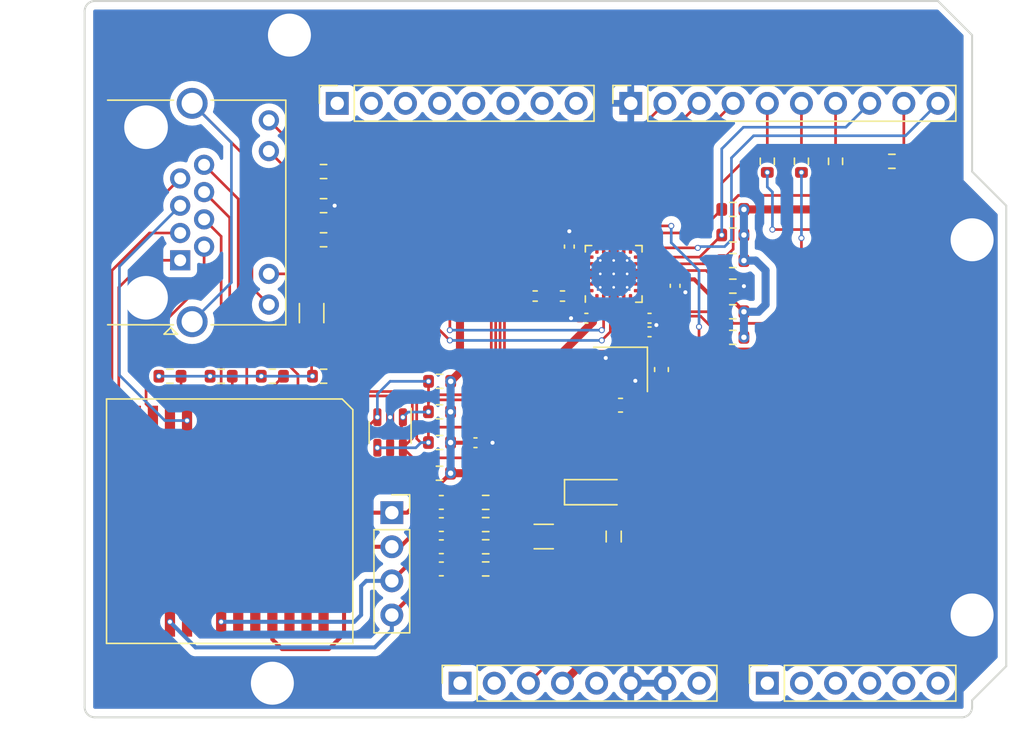
<source format=kicad_pcb>
(kicad_pcb (version 20221018) (generator pcbnew)
  (title_block (date "mar. 31 mars 2015"))
  (layers (0 "F.Cu" signal) (31 "B.Cu" signal) (34 "B.Paste" user) (35 "F.Paste" user) (36 "B.SilkS" user "B.Silkscreen") (37 "F.SilkS" user "F.Silkscreen") (38 "B.Mask" user) (39 "F.Mask" user) (44 "Edge.Cuts" user))
  (net 0 "")
  (net 1 "GND")
  (net 2 "+5V")
  (net 3 "+3V3")
  (net 4 "/~{RESET}")
  (net 5 "/VBAT")
  (net 6 "/V_{IN}")
  (net 7 "/ETH_MDC")
  (net 8 "/ETH_REF_CLK")
  (net 9 "/ETH_MDIO")
  (net 10 "/ETH_CRS_DV")
  (net 11 "/ETH_RXD0")
  (net 12 "/ETH_RXD1")
  (net 13 "/ETH_TX_EN")
  (net 14 "/ETH_TXD0")
  (net 15 "/ETH_TXD1")
  (net 16 "/PA3")
  (net 17 "/PB0")
  (net 18 "/PB2")
  (net 19 "/PE7")
  (net 20 "/PE10")
  (net 21 "/PE12")
  (net 22 "/PE14")
  (net 23 "/PB14")
  (net 24 "/PE3")
  (net 25 "/PE5")
  (net 26 "/PC13")
  (net 27 "/PC2")
  (net 28 "Net-(C208-Pad1)")
  (net 29 "/Ethernet/PR12")
  (net 30 "Net-(C211-Pad2)")
  (net 31 "/Ethernet/PR36")
  (net 32 "Net-(C212-Pad2)")
  (net 33 "/Ethernet/PR45")
  (net 34 "Net-(C213-Pad2)")
  (net 35 "/Ethernet/PR78")
  (net 36 "Net-(C214-Pad2)")
  (net 37 "Net-(C215-Pad1)")
  (net 41 "/Ethernet/LAN1")
  (net 42 "/Ethernet/LAN2")
  (net 43 "/Ethernet/LAN3")
  (net 44 "/Ethernet/LAN4")
  (net 45 "/Ethernet/LAN5")
  (net 46 "/Ethernet/LAN6")
  (net 47 "/Ethernet/LAN7")
  (net 48 "/Ethernet/LAN8")
  (net 49 "Net-(J201-Pad9)")
  (net 50 "/Ethernet/LED_link")
  (net 51 "Net-(J201-Pad11)")
  (net 52 "/Ethernet/LED_speed")
  (net 53 "/Ethernet/RX-")
  (net 54 "/Ethernet/RX+")
  (net 55 "/Ethernet/TX-")
  (net 56 "/Ethernet/TX+")
  (net 57 "Net-(R205-Pad2)")
  (net 58 "Net-(R213-Pad2)")
  (net 59 "Net-(R216-Pad1)")
  (net 60 "Net-(R218-Pad2)")
  (net 61 "Net-(R221-Pad2)")
  (net 66 "/Ethernet/VDDxA")
  (net 67 "/Ethernet/VDDCR")
  (net 68 "/Ethernet/XTAL1")
  (net 69 "/Ethernet/XTAL2")
  (net 70 "/Ethernet/RXD0")
  (net 71 "/Ethernet/RXD1")
  (net 72 "/Ethernet/CRS_DV")
  (net 73 "/Ethernet/REFCLK0")
  (net 74 "/Ethernet/RXER")
  (net 75 "/Ethernet/RBIAS")
  (net 76 "Earth")
  (footprint "Connector_PinSocket_2.54mm:PinSocket_1x08_P2.54mm_Vertical" (layer "F.Cu") (at 127.94 97.46 90)
    (fp_text reference "J106" hide)
    (fp_text value "Power")
  )
  (footprint "Connector_PinSocket_2.54mm:PinSocket_1x06_P2.54mm_Vertical" (layer "F.Cu") (at 150.8 97.46 90)
    (fp_text reference "J110" hide)
    (fp_text value "Analog")
  )
  (footprint "Resistor_SMD:R_0603_1608Metric" (layer "F.Cu") (at 153.3398 58.5978 90)
    (fp_text reference "R211" hide)
    (fp_text value "33")
  )
  (footprint "Capacitor_SMD:C_0603_1608Metric" (layer "F.Cu") (at 126.5428 87.2998)
    (fp_text reference "C213" hide)
    (fp_text value "100n 100V")
  )
  (footprint "Connector_PinSocket_2.54mm:PinSocket_1x04_P2.54mm_Vertical" (layer "F.Cu") (at 122.8598 84.7598)
    (fp_text reference "J111" hide)
    (fp_text value "Conn_01x04")
  )
  (footprint "Resistor_SMD:R_0603_1608Metric" (layer "F.Cu") (at 148.2344 71.7042 180)
    (fp_text reference "R207" hide)
    (fp_text value "10k")
  )
  (footprint "Capacitor_SMD:C_0402_1005Metric" (layer "F.Cu") (at 137.3378 70.2818 180)
    (fp_text reference "C206" hide)
    (fp_text value "100n 16V")
  )
  (footprint "Resistor_SMD:R_0603_1608Metric" (layer "F.Cu") (at 110.1598 74.5998)
    (fp_text reference "R218" hide)
    (fp_text value "75")
  )
  (footprint "Capacitor_SMD:C_1206_3216Metric" (layer "F.Cu") (at 116.8908 69.9008 90)
    (fp_text reference "C208" hide)
    (fp_text value "1n 2kV")
  )
  (footprint "Resistor_SMD:R_0603_1608Metric" (layer "F.Cu") (at 148.2344 69.7992 180)
    (fp_text reference "R206" hide)
    (fp_text value "10k")
  )
  (footprint "Resistor_SMD:R_0402_1005Metric" (layer "F.Cu") (at 135.5598 68.6308)
    (fp_text reference "R216" hide)
    (fp_text value "12k")
  )
  (footprint "Capacitor_SMD:C_0603_1608Metric" (layer "F.Cu") (at 126.5428 85.6488)
    (fp_text reference "C212" hide)
    (fp_text value "100n 100V")
  )
  (footprint "Capacitor_SMD:C_0603_1608Metric" (layer "F.Cu") (at 126.5428 88.9508)
    (fp_text reference "C214" hide)
    (fp_text value "100n 100V")
  )
  (footprint "Capacitor_SMD:C_0402_1005Metric" (layer "F.Cu") (at 142.0368 71.2978)
    (fp_text reference "C203" hide)
    (fp_text value "470p 50V")
  )
  (footprint "Resistor_SMD:R_0603_1608Metric" (layer "F.Cu") (at 129.8448 88.9508)
    (fp_text reference "R227" hide)
    (fp_text value "75")
  )
  (footprint "Resistor_SMD:R_0603_1608Metric" (layer "F.Cu") (at 126.4068 81.8228 180)
    (fp_text reference "R202" hide)
    (fp_text value "49E9")
  )
  (footprint "Resistor_SMD:R_0603_1608Metric" (layer "F.Cu") (at 126.4068 77.2508 180)
    (fp_text reference "R204" hide)
    (fp_text value "49E9")
  )
  (footprint "Capacitor_SMD:C_0603_1608Metric" (layer "F.Cu") (at 142.9258 74.1048 -90)
    (fp_text reference "C209" hide)
    (fp_text value "30p 50V")
  )
  (footprint "Resistor_SMD:R_0603_1608Metric" (layer "F.Cu") (at 126.4158 74.9808 180)
    (fp_text reference "R203" hide)
    (fp_text value "49E9")
  )
  (footprint "Crystal:Crystal_SMD_3225-4Pin_3.2x2.5mm" (layer "F.Cu") (at 139.8778 74.0918 180)
    (fp_text reference "Y201" hide)
    (fp_text value "25MHz")
  )
  (footprint "Resistor_SMD:R_0603_1608Metric" (layer "F.Cu") (at 148.2344 67.8942)
    (fp_text reference "R214" hide)
    (fp_text value "10k")
  )
  (footprint "Arduino_MountingHole:MountingHole_3.2mm" (layer "F.Cu") (at 115.24 49.2)
    (fp_text reference "MH1" hide)
    (fp_text value "MountingHole_3.2mm" hide)
  )
  (footprint "Resistor_SMD:R_0603_1608Metric" (layer "F.Cu") (at 129.8448 87.2998)
    (fp_text reference "R226" hide)
    (fp_text value "75")
  )
  (footprint "Package_DFN_QFN:VQFN-24-1EP_4x4mm_P0.5mm_EP2.5x2.5mm_ThermalVias" (layer "F.Cu") (at 139.3698 66.9798 90)
    (fp_text reference "U202" hide)
    (fp_text value "LAN8742A")
  )
  (footprint "Resistor_SMD:R_0603_1608Metric" (layer "F.Cu") (at 129.8448 85.6488)
    (fp_text reference "R225" hide)
    (fp_text value "75")
  )
  (footprint "Project_Library:Mentech G2474CG 24pin 17.2mmx13.97mm" (layer "F.Cu") (at 117.7798 77.9398 -90)
    (fp_text reference "TR201" hide)
    (fp_text value "G2474CG")
  )
  (footprint "Resistor_SMD:R_0603_1608Metric" (layer "F.Cu") (at 117.7798 74.5998)
    (fp_text reference "R205" hide)
    (fp_text value "75")
  )
  (footprint "Resistor_SMD:R_0603_1608Metric" (layer "F.Cu") (at 117.7798 61.8998)
    (fp_text reference "R223" hide)
    (fp_text value "270")
  )
  (footprint "Resistor_SMD:R_0603_1608Metric" (layer "F.Cu") (at 117.7798 59.3598)
    (fp_text reference "R220" hide)
    (fp_text value "10k")
  )
  (footprint "Capacitor_SMD:C_0402_1005Metric" (layer "F.Cu") (at 129.0828 79.5528 180)
    (fp_text reference "C201" hide)
    (fp_text value "100n 50V")
  )
  (footprint "Connector_PinSocket_2.54mm:PinSocket_1x10_P2.54mm_Vertical" (layer "F.Cu") (at 140.64 54.28 90)
    (fp_text reference "J107" hide)
    (fp_text value "Ethernet")
  )
  (footprint "Capacitor_SMD:C_1206_3216Metric" (layer "F.Cu") (at 134.1628 86.5378)
    (fp_text reference "C215" hide)
    (fp_text value "1n 2kV")
  )
  (footprint "Resistor_SMD:R_0603_1608Metric" (layer "F.Cu") (at 148.2344 64.0842 180)
    (fp_text reference "R209" hide)
    (fp_text value "1k5")
  )
  (footprint "Capacitor_Tantalum_SMD:CP_EIA-3216-18_Kemet-A" (layer "F.Cu") (at 138.0198 83.2358)
    (fp_text reference "C207" hide)
    (fp_text value "10u 16V")
  )
  (footprint "Connector_PinSocket_2.54mm:PinSocket_1x08_P2.54mm_Vertical" (layer "F.Cu") (at 118.796 54.28 90)
    (fp_text reference "J104" hide)
    (fp_text value "STM32 GPIO")
  )
  (footprint "Resistor_SMD:R_0603_1608Metric" (layer "F.Cu") (at 106.3498 74.5998)
    (fp_text reference "R221" hide)
    (fp_text value "75")
  )
  (footprint "Resistor_SMD:R_0402_1005Metric" (layer "F.Cu") (at 133.5278 68.6308)
    (fp_text reference "R217" hide)
    (fp_text value "100")
  )
  (footprint "Project_Library:RJ45-TH_B-1-1" (layer "F.Cu") (at 107.1098 65.9678 90)
    (fp_text reference "J201" hide)
    (fp_text value "RJ45-TH_B-1-1")
  )
  (footprint "Resistor_SMD:R_0603_1608Metric" (layer "F.Cu") (at 129.8448 83.9978)
    (fp_text reference "R224" hide)
    (fp_text value "75")
  )
  (footprint "Capacitor_SMD:C_0603_1608Metric" (layer "F.Cu") (at 126.5428 83.9978)
    (fp_text reference "C211" hide)
    (fp_text value "100n 100V")
  )
  (footprint "Resistor_SMD:R_0603_1608Metric" (layer "F.Cu") (at 148.2344 65.9892 180)
    (fp_text reference "R208" hide)
    (fp_text value "10k")
  )
  (footprint "Capacitor_SMD:C_0402_1005Metric" (layer "F.Cu") (at 136.0678 64.9478 90)
    (fp_text reference "C205" hide)
    (fp_text value "100n 16V")
  )
  (footprint "Resistor_SMD:R_0603_1608Metric" (layer "F.Cu") (at 155.8798 58.5978 90)
    (fp_text reference "R215" hide)
    (fp_text value "33")
  )
  (footprint "Resistor_SMD:R_0603_1608Metric" (layer "F.Cu") (at 126.4068 79.5368 180)
    (fp_text reference "R201" hide)
    (fp_text value "49E9")
  )
  (footprint "Resistor_SMD:R_0603_1608Metric" (layer "F.Cu") (at 150.7998 58.5978 90)
    (fp_text reference "R212" hide)
    (fp_text value "33")
  )
  (footprint "Capacitor_SMD:C_0402_1005Metric" (layer "F.Cu") (at 142.0368 70.2818)
    (fp_text reference "C204" hide)
    (fp_text value "1u 25V")
  )
  (footprint "Package_TO_SOT_SMD:SOT-23-6" (layer "F.Cu") (at 122.7328 78.7908 -90)
    (fp_text reference "U201" hide)
    (fp_text value "SRV05-4")
  )
  (footprint "Arduino_MountingHole:MountingHole_3.2mm" (layer "F.Cu") (at 113.97 97.46)
    (fp_text reference "MH2" hide)
    (fp_text value "MountingHole_3.2mm" hide)
  )
  (footprint "Arduino_MountingHole:MountingHole_3.2mm" (layer "F.Cu") (at 166.04 64.44)
    (fp_text reference "MH3" hide)
    (fp_text value "MountingHole_3.2mm" hide)
  )
  (footprint "Arduino_MountingHole:MountingHole_3.2mm" (layer "F.Cu") (at 166.04 92.38)
    (fp_text reference "MH4" hide)
    (fp_text value "MountingHole_3.2mm" hide)
  )
  (footprint "Resistor_SMD:R_0603_1608Metric" (layer "F.Cu") (at 148.2344 62.1792 180)
    (fp_text reference "R210" hide)
    (fp_text value "10k")
  )
  (footprint "Resistor_SMD:R_0603_1608Metric" (layer "F.Cu") (at 160.0708 58.5978)
    (fp_text reference "R219" hide)
    (fp_text value "33")
  )
  (footprint "Inductor_SMD:L_0805_2012Metric" (layer "F.Cu") (at 139.3698 86.5378 90)
    (fp_text reference "L201" hide)
    (fp_text value "600Ω@100MHz")
  )
  (footprint "Capacitor_SMD:C_0402_1005Metric" (layer "F.Cu") (at 143.9418 67.8688 90)
    (fp_text reference "C202" hide)
    (fp_text value "100n 16V")
  )
  (footprint "Capacitor_SMD:C_0603_1608Metric" (layer "F.Cu") (at 139.8778 76.7588)
    (fp_text reference "C210" hide)
    (fp_text value "30p 50V")
  )
  (footprint "Resistor_SMD:R_0603_1608Metric" (layer "F.Cu") (at 117.7798 64.4398)
    (fp_text reference "R222" hide)
    (fp_text value "270")
  )
  (footprint "Resistor_SMD:R_0603_1608Metric" (layer "F.Cu") (at 113.9698 74.5998)
    (fp_text reference "R213" hide)
    (fp_text value "75")
  )
  (gr_line (start 166.04 59.36) (end 168.58 61.9) (stroke (width 0.15)) (layer "Edge.Cuts"))
  (gr_line (start 100 99.238) (end 100 47.422) (stroke (width 0.15)) (layer "Edge.Cuts"))
  (gr_line (start 168.58 61.9) (end 168.58 96.19) (stroke (width 0.15)) (layer "Edge.Cuts"))
  (gr_line (start 165.278 100) (end 100.762 100) (stroke (width 0.15)) (layer "Edge.Cuts"))
  (gr_line (start 100.762 46.66) (end 163.5 46.66) (stroke (width 0.15)) (layer "Edge.Cuts"))
  (gr_arc (start 100.762 100) (mid 100.223185 99.776815) (end 100 99.238) (stroke (width 0.15)) (layer "Edge.Cuts"))
  (gr_line (start 168.58 96.19) (end 166.04 98.73) (stroke (width 0.15)) (layer "Edge.Cuts"))
  (gr_line (start 163.5 46.66) (end 166.04 49.2) (stroke (width 0.15)) (layer "Edge.Cuts"))
  (gr_arc (start 166.04 99.238) (mid 165.816815 99.776815) (end 165.278 100) (stroke (width 0.15)) (layer "Edge.Cuts"))
  (gr_line (start 166.04 49.2) (end 166.04 59.36) (stroke (width 0.15)) (layer "Edge.Cuts"))
  (gr_line (start 166.04 98.73) (end 166.04 99.238) (stroke (width 0.15)) (layer "Edge.Cuts"))
  (gr_arc (start 100 47.422) (mid 100.223185 46.883185) (end 100.762 46.66) (stroke (width 0.15)) (layer "Edge.Cuts"))
  (segment (start 130.3528 79.5528) (end 129.5628 79.5528) (width 0.3) (layer "F.Cu") (net 1))
  (segment (start 133.0178 69.2638) (end 134.0358 70.2818) (width 0.3) (layer "F.Cu") (net 1))
  (segment (start 142.5168 70.8178) (end 142.5448 70.7898) (width 0.3) (layer "F.Cu") (net 1))
  (segment (start 142.5168 70.2818) (end 142.5168 70.7618) (width 0.3) (layer "F.Cu") (net 1))
  (segment (start 134.0358 70.2818) (end 136.8578 70.2818) (width 0.3) (layer "F.Cu") (net 1))
  (segment (start 142.5168 70.7618) (end 142.5448 70.7898) (width 0.3) (layer "F.Cu") (net 1))
  (segment (start 142.9258 74.8798) (end 141.0398 74.8798) (width 0.3) (layer "F.Cu") (net 1))
  (segment (start 142.5168 71.2978) (end 142.5168 70.8178) (width 0.3) (layer "F.Cu") (net 1))
  (segment (start 118.6048 64.4398) (end 118.6048 59.3598) (width 0.3) (layer "F.Cu") (net 1))
  (segment (start 140.6528 76.7588) (end 140.6528 75.2668) (width 0.3) (layer "F.Cu") (net 1))
  (segment (start 141.0398 74.8798) (end 140.9778 74.9418) (width 0.3) (layer "F.Cu") (net 1))
  (segment (start 135.6378 86.5378) (end 136.6698 85.5058) (width 0.6) (layer "F.Cu") (net 1))
  (segment (start 144.7038 68.3488) (end 143.9418 68.3488) (width 0.3) (layer "F.Cu") (net 1))
  (segment (start 133.0178 68.6308) (end 133.0178 69.2638) (width 0.3) (layer "F.Cu") (net 1))
  (segment (start 136.6698 85.5058) (end 136.6698 83.2358) (width 0.6) (layer "F.Cu") (net 1))
  (segment (start 140.6528 75.2668) (end 140.9778 74.9418) (width 0.3) (layer "F.Cu") (net 1))
  (segment (start 136.0678 63.8048) (end 136.0678 64.4678) (width 0.3) (layer "F.Cu") (net 1))
  (via micro (at 142.5448 70.7898) (size 0.45) (drill 0.3) (layers "F.Cu" "B.Cu") (net 1))
  (via micro (at 122.7328 77.6533) (size 0.45) (drill 0.3) (layers "F.Cu" "B.Cu") (net 1))
  (via micro (at 130.3528 79.5528) (size 0.45) (drill 0.3) (layers "F.Cu" "B.Cu") (net 1))
  (via micro (at 140.9778 74.9418) (size 0.45) (drill 0.3) (layers "F.Cu" "B.Cu") (net 1))
  (via micro (at 136.1948 70.2818) (size 0.45) (drill 0.3) (layers "F.Cu" "B.Cu") (net 1))
  (via micro (at 138.7778 73.2418) (size 0.45) (drill 0.3) (layers "F.Cu" "B.Cu") (net 1))
  (via micro (at 118.6048 61.8998) (size 0.45) (drill 0.3) (layers "F.Cu" "B.Cu") (net 1))
  (via micro (at 144.7038 68.3488) (size 0.45) (drill 0.3) (layers "F.Cu" "B.Cu") (net 1))
  (via micro (at 149.0594 67.8942) (size 0.45) (drill 0.3) (layers "F.Cu" "B.Cu") (net 1))
  (via micro (at 136.0678 63.8048) (size 0.45) (drill 0.3) (layers "F.Cu" "B.Cu") (net 1))
  (segment (start 155.0162 62.1792) (end 149.0594 62.1792) (width 0.6) (layer "F.Cu") (net 3))
  (segment (start 146.8628 68.8848) (end 148.145 68.8848) (width 0.3) (layer "F.Cu") (net 3))
  (segment (start 140.7203 87.6003) (end 156.0068 72.3138) (width 0.6) (layer "F.Cu") (net 3))
  (segment (start 139.3698 93.6502) (end 139.3698 87.6003) (width 0.6) (layer "F.Cu") (net 3))
  (segment (start 145.3668 67.3888) (end 146.8628 68.8848) (width 0.3) (layer "F.Cu") (net 3))
  (segment (start 142.6998 67.3888) (end 145.3668 67.3888) (width 0.3) (layer "F.Cu") (net 3))
  (segment (start 148.145 68.8848) (end 149.0594 69.7992) (width 0.3) (layer "F.Cu") (net 3))
  (segment (start 139.3698 87.6003) (end 140.7203 87.6003) (width 0.6) (layer "F.Cu") (net 3))
  (segment (start 142.5408 67.2298) (end 142.6998 67.3888) (width 0.3) (layer "F.Cu") (net 3))
  (segment (start 156.0068 63.1698) (end 155.0162 62.1792) (width 0.6) (layer "F.Cu") (net 3))
  (segment (start 141.3073 67.2298) (end 142.5408 67.2298) (width 0.3) (layer "F.Cu") (net 3))
  (segment (start 156.0068 72.3138) (end 156.0068 63.1698) (width 0.6) (layer "F.Cu") (net 3))
  (segment (start 135.56 97.46) (end 139.3698 93.6502) (width 0.6) (layer "F.Cu") (net 3))
  (via micro (at 149.0594 69.7992) (size 0.8) (drill 0.4) (layers "F.Cu" "B.Cu") (net 3))
  (via micro (at 149.0594 65.9892) (size 0.8) (drill 0.4) (layers "F.Cu" "B.Cu") (net 3))
  (via micro (at 149.0594 64.0842) (size 0.8) (drill 0.4) (layers "F.Cu" "B.Cu") (net 3))
  (via micro (at 149.0594 62.1792) (size 0.8) (drill 0.4) (layers "F.Cu" "B.Cu") (net 3))
  (via micro (at 149.0594 71.7042) (size 0.8) (drill 0.4) (layers "F.Cu" "B.Cu") (net 3))
  (segment (start 150.6728 66.7258) (end 149.9362 65.9892) (width 0.6) (layer "B.Cu") (net 3))
  (segment (start 149.0594 64.0842) (end 149.0594 62.1792) (width 0.6) (layer "B.Cu") (net 3))
  (segment (start 149.0594 65.9892) (end 149.0594 64.0842) (width 0.6) (layer "B.Cu") (net 3))
  (segment (start 149.0594 71.7042) (end 149.0594 69.7992) (width 0.6) (layer "B.Cu") (net 3))
  (segment (start 150.6728 69.2658) (end 150.6728 66.7258) (width 0.6) (layer "B.Cu") (net 3))
  (segment (start 150.1394 69.7992) (end 150.6728 69.2658) (width 0.6) (layer "B.Cu") (net 3))
  (segment (start 149.0594 69.7992) (end 150.1394 69.7992) (width 0.6) (layer "B.Cu") (net 3))
  (segment (start 149.9362 65.9892) (end 149.0594 65.9892) (width 0.6) (layer "B.Cu") (net 3))
  (segment (start 140.447852 63.4073) (end 139.6198 64.235352) (width 0.2) (layer "F.Cu") (net 4))
  (segment (start 138.3538 86.5378) (end 140.026142 86.5378) (width 0.2) (layer "F.Cu") (net 4))
  (segment (start 145.7198 80.844142) (end 145.7198 70.9168) (width 0.2) (layer "F.Cu") (net 4))
  (segment (start 140.026142 86.5378) (end 145.7198 80.844142) (width 0.2) (layer "F.Cu") (net 4))
  (segment (start 139.6198 64.235352) (end 139.6198 65.0423) (width 0.2) (layer "F.Cu") (net 4))
  (segment (start 143.65114 63.4073) (end 140.447852 63.4073) (width 0.2) (layer "F.Cu") (net 4))
  (segment (start 138.0998 86.7918) (end 138.3538 86.5378) (width 0.2) (layer "F.Cu") (net 4))
  (segment (start 138.0998 92.3802) (end 138.0998 86.7918) (width 0.2) (layer "F.Cu") (net 4))
  (segment (start 133.02 97.46) (end 138.0998 92.3802) (width 0.2) (layer "F.Cu") (net 4))
  (via micro (at 143.65114 63.4073) (size 0.45) (drill 0.3) (layers "F.Cu" "B.Cu") (net 4))
  (via micro (at 145.7198 70.9168) (size 0.45) (drill 0.3) (layers "F.Cu" "B.Cu") (net 4))
  (segment (start 145.7198 66.7258) (end 145.7198 70.9168) (width 0.2) (layer "B.Cu") (net 4))
  (segment (start 143.65114 63.4073) (end 143.65114 64.65714) (width 0.2) (layer "B.Cu") (net 4))
  (segment (start 143.65114 64.65714) (end 145.7198 66.7258) (width 0.2) (layer "B.Cu") (net 4))
  (segment (start 145.6253 65.0423) (end 140.6198 65.0423) (width 0.2) (layer "F.Cu") (net 7))
  (via micro (at 145.6253 65.0423) (size 0.45) (drill 0.3) (layers "F.Cu" "B.Cu") (net 7))
  (segment (start 148.1328 58.3438) (end 149.7838 56.6928) (width 0.2) (layer "B.Cu") (net 7))
  (segment (start 149.7838 56.6928) (end 161.0872 56.6928) (width 0.2) (layer "B.Cu") (net 7))
  (segment (start 148.1328 64.4398) (end 148.1328 58.3438) (width 0.2) (layer "B.Cu") (net 7))
  (segment (start 145.6253 65.0423) (end 145.7198 64.9478) (width 0.2) (layer "B.Cu") (net 7))
  (segment (start 147.6248 64.9478) (end 148.1328 64.4398) (width 0.2) (layer "B.Cu") (net 7))
  (segment (start 145.7198 64.9478) (end 147.6248 64.9478) (width 0.2) (layer "B.Cu") (net 7))
  (segment (start 161.0872 56.6928) (end 163.5 54.28) (width 0.2) (layer "B.Cu") (net 7))
  (segment (start 160.8958 58.5978) (end 160.96 58.5336) (width 0.2) (layer "F.Cu") (net 8))
  (segment (start 160.96 58.5336) (end 160.96 54.28) (width 0.2) (layer "F.Cu") (net 8))
  (segment (start 141.3073 65.7298) (end 145.7638 65.7298) (width 0.2) (layer "F.Cu") (net 9))
  (segment (start 145.7638 65.7298) (end 147.4094 64.0842) (width 0.2) (layer "F.Cu") (net 9))
  (via micro (at 147.4094 64.0842) (size 0.45) (drill 0.3) (layers "F.Cu" "B.Cu") (net 9))
  (segment (start 156.6422 56.0578) (end 158.42 54.28) (width 0.2) (layer "B.Cu") (net 9))
  (segment (start 147.4094 64.0842) (end 147.4094 57.6702) (width 0.2) (layer "B.Cu") (net 9))
  (segment (start 147.4094 57.6702) (end 149.0218 56.0578) (width 0.2) (layer "B.Cu") (net 9))
  (segment (start 149.0218 56.0578) (end 156.6422 56.0578) (width 0.2) (layer "B.Cu") (net 9))
  (segment (start 155.8798 57.7728) (end 155.88 57.7726) (width 0.2) (layer "F.Cu") (net 10))
  (segment (start 155.88 57.7726) (end 155.88 54.28) (width 0.2) (layer "F.Cu") (net 10))
  (segment (start 153.3398 57.7728) (end 153.34 57.7726) (width 0.2) (layer "F.Cu") (net 11))
  (segment (start 153.34 57.7726) (end 153.34 54.28) (width 0.2) (layer "F.Cu") (net 11))
  (segment (start 150.7998 57.7728) (end 150.8 57.7726) (width 0.2) (layer "F.Cu") (net 12))
  (segment (start 150.8 57.7726) (end 150.8 54.28) (width 0.2) (layer "F.Cu") (net 12))
  (segment (start 148.26 54.28) (end 139.1198 63.4202) (width 0.2) (layer "F.Cu") (net 13))
  (segment (start 139.1198 63.4202) (end 139.1198 65.0423) (width 0.2) (layer "F.Cu") (net 13))
  (segment (start 138.6198 61.3802) (end 138.6198 65.0423) (width 0.2) (layer "F.Cu") (net 14))
  (segment (start 145.72 54.28) (end 138.6198 61.3802) (width 0.2) (layer "F.Cu") (net 14))
  (segment (start 143.18 54.28) (end 138.1198 59.3402) (width 0.2) (layer "F.Cu") (net 15))
  (segment (start 138.1198 59.3402) (end 138.1198 65.0423) (width 0.2) (layer "F.Cu") (net 15))
  (segment (start 116.8908 71.3758) (end 116.8908 74.5358) (width 0.2) (layer "F.Cu") (net 28))
  (segment (start 116.8908 74.5358) (end 116.9548 74.5998) (width 0.2) (layer "F.Cu") (net 28))
  (via micro (at 113.1448 74.5998) (size 0.45) (drill 0.3) (layers "F.Cu" "B.Cu") (net 28))
  (via micro (at 105.5248 74.5998) (size 0.45) (drill 0.3) (layers "F.Cu" "B.Cu") (net 28))
  (via micro (at 116.9548 74.5998) (size 0.45) (drill 0.3) (layers "F.Cu" "B.Cu") (net 28))
  (via micro (at 109.3348 74.5998) (size 0.45) (drill 0.3) (layers "F.Cu" "B.Cu") (net 28))
  (segment (start 109.3348 74.5998) (end 113.1448 74.5998) (width 0.2) (layer "B.Cu") (net 28))
  (segment (start 113.1448 74.5998) (end 116.9548 74.5998) (width 0.2) (layer "B.Cu") (net 28))
  (segment (start 105.5248 74.5998) (end 109.3348 74.5998) (width 0.2) (layer "B.Cu") (net 28))
  (segment (start 124.7648 83.9978) (end 125.7678 83.9978) (width 0.3) (layer "F.Cu") (net 29))
  (segment (start 117.7798 87.5538) (end 120.5738 84.7598) (width 0.3) (layer "F.Cu") (net 29))
  (segment (start 120.5738 84.7598) (end 122.8598 84.7598) (width 0.3) (layer "F.Cu") (net 29))
  (segment (start 117.7798 92.8498) (end 117.7798 87.5538) (width 0.3) (layer "F.Cu") (net 29))
  (segment (start 124.0028 84.7598) (end 124.7648 83.9978) (width 0.3) (layer "F.Cu") (net 29))
  (segment (start 122.8598 84.7598) (end 124.0028 84.7598) (width 0.3) (layer "F.Cu") (net 29))
  (segment (start 127.3178 83.9978) (end 129.0198 83.9978) (width 0.2) (layer "F.Cu") (net 30))
  (segment (start 123.4948 87.2998) (end 125.1458 85.6488) (width 0.3) (layer "F.Cu") (net 31))
  (segment (start 113.9698 94.1948) (end 114.6948 94.9198) (width 0.3) (layer "F.Cu") (net 31))
  (segment (start 114.6948 94.9198) (end 118.1608 94.9198) (width 0.3) (layer "F.Cu") (net 31))
  (segment (start 122.8598 87.2998) (end 123.4948 87.2998) (width 0.3) (layer "F.Cu") (net 31))
  (segment (start 125.1458 85.6488) (end 125.7678 85.6488) (width 0.3) (layer "F.Cu") (net 31))
  (segment (start 120.5738 87.2998) (end 122.8598 87.2998) (width 0.3) (layer "F.Cu") (net 31))
  (segment (start 113.9698 92.8498) (end 113.9698 94.1948) (width 0.3) (layer "F.Cu") (net 31))
  (segment (start 119.3038 88.5698) (end 120.5738 87.2998) (width 0.3) (layer "F.Cu") (net 31))
  (segment (start 118.1608 94.9198) (end 119.3038 93.7768) (width 0.3) (layer "F.Cu") (net 31))
  (segment (start 119.3038 93.7768) (end 119.3038 88.5698) (width 0.3) (layer "F.Cu") (net 31))
  (segment (start 127.3178 85.6488) (end 129.0198 85.6488) (width 0.2) (layer "F.Cu") (net 32))
  (segment (start 110.1598 92.8498) (end 110.1598 92.8878) (width 0.3) (layer "F.Cu") (net 33))
  (segment (start 122.8598 89.8398) (end 125.3998 87.2998) (width 0.3) (layer "F.Cu") (net 33))
  (segment (start 125.3998 87.2998) (end 125.7678 87.2998) (width 0.3) (layer "F.Cu") (net 33))
  (via micro (at 110.1598 92.8878) (size 0.45) (drill 0.3) (layers "F.Cu" "B.Cu") (net 33))
  (segment (start 120.9548 89.8398) (end 122.8598 89.8398) (width 0.3) (layer "B.Cu") (net 33))
  (segment (start 120.0658 92.8878) (end 120.5738 92.3798) (width 0.3) (layer "B.Cu") (net 33))
  (segment (start 120.5738 92.3798) (end 120.5738 90.2208) (width 0.3) (layer "B.Cu") (net 33))
  (segment (start 110.1598 92.8878) (end 120.0658 92.8878) (width 0.3) (layer "B.Cu") (net 33))
  (segment (start 120.5738 90.2208) (end 120.9548 89.8398) (width 0.3) (layer "B.Cu") (net 33))
  (segment (start 127.3178 87.2998) (end 129.0198 87.2998) (width 0.2) (layer "F.Cu") (net 34))
  (segment (start 106.3498 92.8498) (end 106.3498 92.8878) (width 0.3) (layer "F.Cu") (net 35))
  (segment (start 122.8598 92.3798) (end 125.7678 89.4718) (width 0.3) (layer "F.Cu") (net 35))
  (segment (start 125.7678 89.4718) (end 125.7678 88.9508) (width 0.3) (layer "F.Cu") (net 35))
  (via micro (at 106.3498 92.8878) (size 0.45) (drill 0.3) (layers "F.Cu" "B.Cu") (net 35))
  (segment (start 108.2548 94.7928) (end 121.5898 94.7928) (width 0.3) (layer "B.Cu") (net 35))
  (segment (start 122.8598 93.5228) (end 122.8598 92.3798) (width 0.3) (layer "B.Cu") (net 35))
  (segment (start 106.3498 92.8878) (end 108.2548 94.7928) (width 0.3) (layer "B.Cu") (net 35))
  (segment (start 121.5898 94.7928) (end 122.8598 93.5228) (width 0.3) (layer "B.Cu") (net 35))
  (segment (start 127.3178 88.9508) (end 129.0198 88.9508) (width 0.2) (layer "F.Cu") (net 36))
  (segment (start 130.6698 86.4108) (end 130.6698 83.9978) (width 0.6) (layer "F.Cu") (net 37))
  (segment (start 130.6698 88.9508) (end 130.6698 86.5378) (width 0.6) (layer "F.Cu") (net 37))
  (segment (start 130.6698 86.5378) (end 130.6698 86.4108) (width 0.6) (layer "F.Cu") (net 37))
  (segment (start 130.6698 86.5378) (end 132.6878 86.5378) (width 0.6) (layer "F.Cu") (net 37))
  (segment (start 102.5398 67.989071) (end 104.561071 65.9678) (width 0.2) (layer "F.Cu") (net 41))
  (segment (start 103.8098 77.9398) (end 102.5398 76.6698) (width 0.2) (layer "F.Cu") (net 41))
  (segment (start 104.561071 65.9678) (end 107.1098 65.9678) (width 0.2) (layer "F.Cu") (net 41))
  (segment (start 102.5398 76.6698) (end 102.5398 67.989071) (width 0.2) (layer "F.Cu") (net 41))
  (segment (start 104.5718 76.6668) (end 104.5718 71.91519) (width 0.2) (layer "F.Cu") (net 42))
  (segment (start 105.0798 77.9398) (end 105.0798 77.1748) (width 0.2) (layer "F.Cu") (net 42))
  (segment (start 108.8898 67.59719) (end 108.8898 64.9518) (width 0.2) (layer "F.Cu") (net 42))
  (segment (start 104.5718 71.91519) (end 108.8898 67.59719) (width 0.2) (layer "F.Cu") (net 42))
  (segment (start 105.0798 77.1748) (end 104.5718 76.6668) (width 0.2) (layer "F.Cu") (net 42))
  (segment (start 112.2123 80.3148) (end 103.8098 80.3148) (width 0.2) (layer "F.Cu") (net 43))
  (segment (start 104.8218 63.9358) (end 107.1098 63.9358) (width 0.2) (layer "F.Cu") (net 43))
  (segment (start 112.6998 79.8273) (end 112.2123 80.3148) (width 0.2) (layer "F.Cu") (net 43))
  (segment (start 102.0318 66.7258) (end 104.8218 63.9358) (width 0.2) (layer "F.Cu") (net 43))
  (segment (start 102.0318 78.5368) (end 102.0318 66.7258) (width 0.2) (layer "F.Cu") (net 43))
  (segment (start 103.8098 80.3148) (end 102.0318 78.5368) (width 0.2) (layer "F.Cu") (net 43))
  (segment (start 112.6998 77.9398) (end 112.6998 79.8273) (width 0.2) (layer "F.Cu") (net 43))
  (segment (start 110.1598 75.4888) (end 110.1598 64.1898) (width 0.2) (layer "F.Cu") (net 44))
  (segment (start 110.1598 64.1898) (end 108.8898 62.9198) (width 0.2) (layer "F.Cu") (net 44))
  (segment (start 108.8898 77.9398) (end 108.8898 76.7588) (width 0.2) (layer "F.Cu") (net 44))
  (segment (start 108.8898 76.7588) (end 110.1598 75.4888) (width 0.2) (layer "F.Cu") (net 44))
  (segment (start 107.6198 77.9398) (end 107.6198 77.9018) (width 0.2) (layer "F.Cu") (net 45))
  (via micro (at 107.6198 77.9018) (size 0.45) (drill 0.3) (layers "F.Cu" "B.Cu") (net 45))
  (segment (start 102.5908 66.4228) (end 107.1098 61.9038) (width 0.2) (layer "B.Cu") (net 45))
  (segment (start 105.9688 77.9018) (end 102.5908 74.5238) (width 0.2) (layer "B.Cu") (net 45))
  (segment (start 102.5908 74.5238) (end 102.5908 66.4228) (width 0.2) (layer "B.Cu") (net 45))
  (segment (start 107.6198 77.9018) (end 105.9688 77.9018) (width 0.2) (layer "B.Cu") (net 45))
  (segment (start 110.7948 70.6628) (end 110.7948 62.7928) (width 0.2) (layer "F.Cu") (net 46))
  (segment (start 112.0648 71.9328) (end 110.7948 70.6628) (width 0.2) (layer "F.Cu") (net 46))
  (segment (start 111.4298 77.9398) (end 111.4298 76.3778) (width 0.2) (layer "F.Cu") (net 46))
  (segment (start 112.0648 75.7428) (end 112.0648 71.9328) (width 0.2) (layer "F.Cu") (net 46))
  (segment (start 110.7948 62.7928) (end 108.8898 60.8878) (width 0.2) (layer "F.Cu") (net 46))
  (segment (start 111.4298 76.3778) (end 112.0648 75.7428) (width 0.2) (layer "F.Cu") (net 46))
  (segment (start 101.5238 79.8068) (end 101.5238 65.4578) (width 0.2) (layer "F.Cu") (net 47))
  (segment (start 115.2398 78.7048) (end 113.1218 80.8228) (width 0.2) (layer "F.Cu") (net 47))
  (segment (start 113.1218 80.8228) (end 102.5398 80.8228) (width 0.2) (layer "F.Cu") (net 47))
  (segment (start 115.2398 77.9398) (end 115.2398 78.7048) (width 0.2) (layer "F.Cu") (net 47))
  (segment (start 101.5238 65.4578) (end 107.1098 59.8718) (width 0.2) (layer "F.Cu") (net 47))
  (segment (start 102.5398 80.8228) (end 101.5238 79.8068) (width 0.2) (layer "F.Cu") (net 47))
  (segment (start 115.8748 75.8698) (end 116.5098 76.5048) (width 0.2) (layer "F.Cu") (net 48))
  (segment (start 111.4298 70.0278) (end 115.8748 74.4728) (width 0.2) (layer "F.Cu") (net 48))
  (segment (start 116.5098 76.5048) (end 116.5098 77.9398) (width 0.2) (layer "F.Cu") (net 48))
  (segment (start 108.8898 58.8558) (end 111.4298 61.3958) (width 0.2) (layer "F.Cu") (net 48))
  (segment (start 111.4298 61.3958) (end 111.4298 70.0278) (width 0.2) (layer "F.Cu") (net 48))
  (segment (start 115.8748 74.4728) (end 115.8748 75.8698) (width 0.2) (layer "F.Cu") (net 48))
  (segment (start 114.2238 64.4398) (end 116.9548 64.4398) (width 0.2) (layer "F.Cu") (net 49))
  (segment (start 113.7098 69.2678) (end 112.4458 68.0038) (width 0.2) (layer "F.Cu") (net 49))
  (segment (start 112.4458 68.0038) (end 112.4458 66.2178) (width 0.2) (layer "F.Cu") (net 49))
  (segment (start 112.4458 66.2178) (end 114.2238 64.4398) (width 0.2) (layer "F.Cu") (net 49))
  (segment (start 127.1778 71.9328) (end 122.2228 66.9778) (width 0.2) (layer "F.Cu") (net 50))
  (segment (start 122.2228 66.9778) (end 113.7098 66.9778) (width 0.2) (layer "F.Cu") (net 50))
  (segment (start 139.1198 71.2938) (end 139.1198 68.9173) (width 0.2) (layer "F.Cu") (net 50))
  (segment (start 138.4808 71.9328) (end 139.1198 71.2938) (width 0.2) (layer "F.Cu") (net 50))
  (via micro (at 138.4808 71.9328) (size 0.45) (drill 0.3) (layers "F.Cu" "B.Cu") (net 50))
  (via micro (at 127.1778 71.9328) (size 0.45) (drill 0.3) (layers "F.Cu" "B.Cu") (net 50))
  (segment (start 138.4808 71.9328) (end 127.1778 71.9328) (width 0.2) (layer "B.Cu") (net 50))
  (segment (start 113.7098 57.8378) (end 116.9548 61.0828) (width 0.2) (layer "F.Cu") (net 51))
  (segment (start 116.9548 61.0828) (end 116.9548 61.8998) (width 0.2) (layer "F.Cu") (net 51))
  (segment (start 127.1778 71.1708) (end 127.1778 59.6138) (width 0.2) (layer "F.Cu") (net 52))
  (segment (start 138.6198 71.0318) (end 138.6198 68.9173) (width 0.2) (layer "F.Cu") (net 52))
  (segment (start 116.9548 58.7928) (end 116.9548 59.3598) (width 0.2) (layer "F.Cu") (net 52))
  (segment (start 125.7808 58.2168) (end 118.0978 58.2168) (width 0.2) (layer "F.Cu") (net 52))
  (segment (start 127.1778 59.6138) (end 125.7808 58.2168) (width 0.2) (layer "F.Cu") (net 52))
  (segment (start 118.0978 58.2168) (end 116.9548 59.3598) (width 0.2) (layer "F.Cu") (net 52))
  (segment (start 113.7098 55.5478) (end 116.9548 58.7928) (width 0.2) (layer "F.Cu") (net 52))
  (segment (start 138.4808 71.1708) (end 138.6198 71.0318) (width 0.2) (layer "F.Cu") (net 52))
  (via micro (at 138.4808 71.1708) (size 0.45) (drill 0.3) (layers "F.Cu" "B.Cu") (net 52))
  (via micro (at 127.1778 71.1708) (size 0.45) (drill 0.3) (layers "F.Cu" "B.Cu") (net 52))
  (segment (start 138.4808 71.1708) (end 127.1778 71.1708) (width 0.2) (layer "B.Cu") (net 52))
  (segment (start 119.5928 77.1048) (end 120.9548 75.7428) (width 0.2) (layer "F.Cu") (net 53))
  (segment (start 130.9148 68.876352) (end 130.9148 77.2128) (width 0.2) (layer "F.Cu") (net 53))
  (segment (start 125.0028 79.5368) (end 125.5818 79.5368) (width 0.2) (layer "F.Cu") (net 53))
  (segment (start 120.9548 75.7428) (end 124.1298 75.7428) (width 0.2) (layer "F.Cu") (net 53))
  (segment (start 130.9148 77.2128) (end 129.7338 78.3938) (width 0.2) (layer "F.Cu") (net 53))
  (segment (start 124.7108 76.3238) (end 124.7108 79.2448) (width 0.2) (layer "F.Cu") (net 53))
  (segment (start 111.4298 92.8498) (end 111.4298 89.9668) (width 0.2) (layer "F.Cu") (net 53))
  (segment (start 119.5928 81.8038) (end 119.5928 77.1048) (width 0.2) (layer "F.Cu") (net 53))
  (segment (start 132.561352 67.2298) (end 130.9148 68.876352) (width 0.2) (layer "F.Cu") (net 53))
  (segment (start 129.7338 78.3938) (end 125.8988 78.3938) (width 0.2) (layer "F.Cu") (net 53))
  (segment (start 125.5818 78.7108) (end 125.5818 79.5368) (width 0.2) (layer "F.Cu") (net 53))
  (segment (start 124.1298 75.7428) (end 124.7108 76.3238) (width 0.2) (layer "F.Cu") (net 53))
  (segment (start 111.4298 89.9668) (end 119.5928 81.8038) (width 0.2) (layer "F.Cu") (net 53))
  (segment (start 124.7108 79.2448) (end 125.0028 79.5368) (width 0.2) (layer "F.Cu") (net 53))
  (segment (start 125.8988 78.3938) (end 125.5818 78.7108) (width 0.2) (layer "F.Cu") (net 53))
  (segment (start 137.4323 67.2298) (end 132.561352 67.2298) (width 0.2) (layer "F.Cu") (net 53))
  (via micro (at 121.7828 79.9283) (size 0.45) (drill 0.3) (layers "F.Cu" "B.Cu") (net 53))
  (via micro (at 125.5818 79.5368) (size 0.45) (drill 0.3) (layers "F.Cu" "B.Cu") (net 53))
  (segment (start 125.0348 79.5368) (end 125.5818 79.5368) (width 0.2) (layer "B.Cu") (net 53))
  (segment (start 124.6433 79.9283) (end 125.0348 79.5368) (width 0.2) (layer "B.Cu") (net 53))
  (segment (start 121.7828 79.9283) (end 124.6433 79.9283) (width 0.2) (layer "B.Cu") (net 53))
  (segment (start 121.090248 76.0698) (end 119.9198 77.240248) (width 0.2) (layer "F.Cu") (net 54))
  (segment (start 123.6828 79.9283) (end 124.3838 79.2273) (width 0.2) (layer "F.Cu") (net 54))
  (segment (start 126.1528 80.6798) (end 125.5818 81.2508) (width 0.2) (layer "F.Cu") (net 54))
  (segment (start 123.6828 80.206485) (end 123.6828 79.9283) (width 0.2) (layer "F.Cu") (net 54))
  (segment (start 125.5818 81.8228) (end 125.5773 81.8228) (width 0.2) (layer "F.Cu") (net 54))
  (segment (start 130.1148 80.6798) (end 126.1528 80.6798) (width 0.2) (layer "F.Cu") (net 54))
  (segment (start 131.2418 69.0118) (end 131.2418 79.5528) (width 0.2) (layer "F.Cu") (net 54))
  (segment (start 119.9198 81.948904) (end 112.6998 89.168904) (width 0.2) (layer "F.Cu") (net 54))
  (segment (start 124.3838 76.459248) (end 123.994352 76.0698) (width 0.2) (layer "F.Cu") (net 54))
  (segment (start 137.4323 67.7298) (end 132.5238 67.7298) (width 0.2) (layer "F.Cu") (net 54))
  (segment (start 112.6998 89.168904) (end 112.6998 92.8498) (width 0.2) (layer "F.Cu") (net 54))
  (segment (start 132.5238 67.7298) (end 131.2418 69.0118) (width 0.2) (layer "F.Cu") (net 54))
  (segment (start 124.3838 79.2273) (end 124.3838 76.459248) (width 0.2) (layer "F.Cu") (net 54))
  (segment (start 131.2418 79.5528) (end 130.1148 80.6798) (width 0.2) (layer "F.Cu") (net 54))
  (segment (start 125.5773 81.8228) (end 123.6828 79.9283) (width 0.2) (layer "F.Cu") (net 54))
  (segment (start 125.5818 81.2508) (end 125.5818 81.8228) (width 0.2) (layer "F.Cu") (net 54))
  (segment (start 123.994352 76.0698) (end 121.090248 76.0698) (width 0.2) (layer "F.Cu") (net 54))
  (segment (start 119.9198 77.240248) (end 119.9198 81.948904) (width 0.2) (layer "F.Cu") (net 54))
  (segment (start 130.2608 73.9048) (end 128.1848 75.9808) (width 0.2) (layer "F.Cu") (net 55))
  (segment (start 137.4323 66.2298) (end 132.636456 66.2298) (width 0.2) (layer "F.Cu") (net 55))
  (segment (start 128.1848 75.9808) (end 125.7718 75.9808) (width 0.2) (layer "F.Cu") (net 55))
  (segment (start 130.2608 68.605456) (end 130.2608 73.9048) (width 0.2) (layer "F.Cu") (net 55))
  (segment (start 115.2398 92.8498) (end 115.2398 87.091352) (width 0.2) (layer "F.Cu") (net 55))
  (segment (start 125.5908 75.7998) (end 125.5908 74.9808) (width 0.2) (layer "F.Cu") (net 55))
  (segment (start 125.7718 75.9808) (end 125.5908 75.7998) (width 0.2) (layer "F.Cu") (net 55))
  (segment (start 120.2468 79.1893) (end 121.7828 77.6533) (width 0.2) (layer "F.Cu") (net 55))
  (segment (start 132.636456 66.2298) (end 130.2608 68.605456) (width 0.2) (layer "F.Cu") (net 55))
  (segment (start 115.2398 87.091352) (end 120.2468 82.084352) (width 0.2) (layer "F.Cu") (net 55))
  (segment (start 120.2468 82.084352) (end 120.2468 79.1893) (width 0.2) (layer "F.Cu") (net 55))
  (via micro (at 121.7828 77.6533) (size 0.45) (drill 0.3) (layers "F.Cu" "B.Cu") (net 55))
  (via micro (at 125.5908 74.9808) (size 0.45) (drill 0.3) (layers "F.Cu" "B.Cu") (net 55))
  (segment (start 121.7828 75.9308) (end 122.7328 74.9808) (width 0.2) (layer "B.Cu") (net 55))
  (segment (start 121.7828 77.6533) (end 121.7828 75.9308) (width 0.2) (layer "B.Cu") (net 55))
  (segment (start 122.7328 74.9808) (end 125.5908 74.9808) (width 0.2) (layer "B.Cu") (net 55))
  (segment (start 120.5738 82.2198) (end 120.5738 79.8068) (width 0.2) (layer "F.Cu") (net 56))
  (segment (start 121.5898 78.7908) (end 123.1138 78.7908) (width 0.2) (layer "F.Cu") (net 56))
  (segment (start 137.4323 66.7298) (end 132.598904 66.7298) (width 0.2) (layer "F.Cu") (net 56))
  (segment (start 132.598904 66.7298) (end 130.5878 68.740904) (width 0.2) (layer "F.Cu") (net 56))
  (segment (start 120.5738 79.8068) (end 121.5898 78.7908) (width 0.2) (layer "F.Cu") (net 56))
  (segment (start 116.5098 86.2838) (end 120.5738 82.2198) (width 0.2) (layer "F.Cu") (net 56))
  (segment (start 125.5818 76.5518) (end 125.5818 77.2508) (width 0.2) (layer "F.Cu") (net 56))
  (segment (start 129.2258 76.3618) (end 125.7718 76.3618) (width 0.2) (layer "F.Cu") (net 56))
  (segment (start 123.6828 78.2218) (end 123.6828 77.6533) (width 0.2) (layer "F.Cu") (net 56))
  (segment (start 130.5878 68.740904) (end 130.5878 74.9998) (width 0.2) (layer "F.Cu") (net 56))
  (segment (start 123.1138 78.7908) (end 123.6828 78.2218) (width 0.2) (layer "F.Cu") (net 56))
  (segment (start 125.7718 76.3618) (end 125.5818 76.5518) (width 0.2) (layer "F.Cu") (net 56))
  (segment (start 130.5878 74.9998) (end 129.2258 76.3618) (width 0.2) (layer "F.Cu") (net 56))
  (segment (start 116.5098 92.8498) (end 116.5098 86.2838) (width 0.2) (layer "F.Cu") (net 56))
  (via micro (at 123.6828 77.6533) (size 0.45) (drill 0.3) (layers "F.Cu" "B.Cu") (net 56))
  (via micro (at 125.5818 77.2508) (size 0.45) (drill 0.3) (layers "F.Cu" "B.Cu") (net 56))
  (segment (start 125.5658 77.2668) (end 125.5818 77.2508) (width 0.2) (layer "B.Cu") (net 56))
  (segment (start 123.6828 77.6533) (end 124.0693 77.2668) (width 0.2) (layer "B.Cu") (net 56))
  (segment (start 124.0693 77.2668) (end 125.5658 77.2668) (width 0.2) (layer "B.Cu") (net 56))
  (segment (start 117.7798 77.9398) (end 117.7798 75.4248) (width 0.2) (layer "F.Cu") (net 57))
  (segment (start 117.7798 75.4248) (end 118.6048 74.5998) (width 0.2) (layer "F.Cu") (net 57))
  (segment (start 113.9698 77.9398) (end 113.9698 75.4248) (width 0.2) (layer "F.Cu") (net 58))
  (segment (start 113.9698 75.4248) (end 114.7948 74.5998) (width 0.2) (layer "F.Cu") (net 58))
  (segment (start 134.0378 68.6308) (end 135.0498 68.6308) (width 0.2) (layer "F.Cu") (net 59))
  (segment (start 110.1598 77.9398) (end 110.1598 77.1748) (width 0.2) (layer "F.Cu") (net 60))
  (segment (start 110.9848 76.3498) (end 110.9848 74.5998) (width 0.2) (layer "F.Cu") (net 60))
  (segment (start 110.1598 77.1748) (end 110.9848 76.3498) (width 0.2) (layer "F.Cu") (net 60))
  (segment (start 106.3498 77.9398) (end 106.3498 77.1748) (width 0.2) (layer "F.Cu") (net 61))
  (segment (start 106.3498 77.1748) (end 107.1748 76.3498) (width 0.2) (layer "F.Cu") (net 61))
  (segment (start 107.1748 76.3498) (end 107.1748 74.5998) (width 0.2) (layer "F.Cu") (net 61))
  (segment (start 136.3418 65.7298) (end 136.0678 65.4558) (width 0.3) (layer "F.Cu") (net 66))
  (segment (start 136.0678 65.4558) (end 136.0678 65.4278) (width 0.3) (layer "F.Cu") (net 66))
  (segment (start 137.8178 70.2818) (end 137.8178 70.5638) (width 0.6) (layer "F.Cu") (net 66))
  (segment (start 138.1198 68.9173) (end 138.1198 69.9798) (width 0.3) (layer "F.Cu") (net 66))
  (segment (start 128.6028 79.5528) (end 127.2478 79.5528) (width 0.3) (layer "F.Cu") (net 66))
  (segment (start 139.3698 85.4753) (end 139.3698 83.2358) (width 0.6) (layer "F.Cu") (net 66))
  (segment (start 136.0678 65.4278) (end 131.0666 65.4278) (width 0.6) (layer "F.Cu") (net 66))
  (segment (start 127.2478 79.5528) (end 127.2318 79.5368) (width 0.3) (layer "F.Cu") (net 66))
  (segment (start 135.5558 72.8258) (end 135.5558 81.5343) (width 0.6) (layer "F.Cu") (net 66))
  (segment (start 122.7328 81.2038) (end 124.2568 82.7278) (width 0.3) (layer "F.Cu") (net 66))
  (segment (start 131.0666 65.4278) (end 127.9308 68.5636) (width 0.6) (layer "F.Cu") (net 66))
  (segment (start 127.9308 68.5636) (end 127.9308 74.2908) (width 0.6) (layer "F.Cu") (net 66))
  (segment (start 139.3698 83.2358) (end 139.3698 82.7278) (width 0.6) (layer "F.Cu") (net 66))
  (segment (start 124.2568 82.7278) (end 126.3268 82.7278) (width 0.3) (layer "F.Cu") (net 66))
  (segment (start 127.2318 81.8228) (end 135.5558 81.8228) (width 0.6) (layer "F.Cu") (net 66))
  (segment (start 139.3698 82.7278) (end 138.4648 81.8228) (width 0.6) (layer "F.Cu") (net 66))
  (segment (start 126.3268 82.7278) (end 127.2318 81.8228) (width 0.3) (layer "F.Cu") (net 66))
  (segment (start 137.4323 65.7298) (end 136.3418 65.7298) (width 0.3) (layer "F.Cu") (net 66))
  (segment (start 137.8178 70.5638) (end 135.5558 72.8258) (width 0.6) (layer "F.Cu") (net 66))
  (segment (start 127.9308 74.2908) (end 127.2408 74.9808) (width 0.6) (layer "F.Cu") (net 66))
  (segment (start 122.7328 79.9283) (end 122.7328 81.2038) (width 0.3) (layer "F.Cu") (net 66))
  (segment (start 138.4648 81.8228) (end 135.5558 81.8228) (width 0.6) (layer "F.Cu") (net 66))
  (segment (start 135.5558 81.8228) (end 135.5558 81.5343) (width 0.3) (layer "F.Cu") (net 66))
  (segment (start 138.1198 69.9798) (end 137.8178 70.2818) (width 0.3) (layer "F.Cu") (net 66))
  (via micro (at 127.2318 79.5368) (size 0.8) (drill 0.4) (layers "F.Cu" "B.Cu") (net 66))
  (via micro (at 127.2408 74.9808) (size 0.8) (drill 0.4) (layers "F.Cu" "B.Cu") (net 66))
  (via micro (at 127.2318 81.8228) (size 0.8) (drill 0.4) (layers "F.Cu" "B.Cu") (net 66))
  (via micro (at 127.2318 77.2508) (size 0.8) (drill 0.4) (layers "F.Cu" "B.Cu") (net 66))
  (segment (start 127.2318 81.8228) (end 127.2318 79.5368) (width 0.6) (layer "B.Cu") (net 66))
  (segment (start 127.2318 77.2508) (end 127.2318 74.9898) (width 0.6) (layer "B.Cu") (net 66))
  (segment (start 127.2318 79.5368) (end 127.2318 77.2508) (width 0.6) (layer "B.Cu") (net 66))
  (segment (start 127.2318 74.9898) (end 127.2408 74.9808) (width 0.6) (layer "B.Cu") (net 66))
  (segment (start 141.5568 69.8543) (end 140.6198 68.9173) (width 0.3) (layer "F.Cu") (net 67))
  (segment (start 141.5568 70.2818) (end 141.5568 69.8543) (width 0.3) (layer "F.Cu") (net 67))
  (segment (start 141.5568 71.2978) (end 141.5568 70.2818) (width 0.3) (layer "F.Cu") (net 67))
  (segment (start 140.9778 73.2418) (end 140.1198 72.3838) (width 0.2) (layer "F.Cu") (net 68))
  (segment (start 141.0658 73.3298) (end 140.9778 73.2418) (width 0.2) (layer "F.Cu") (net 68))
  (segment (start 142.9258 73.3298) (end 141.0658 73.3298) (width 0.2) (layer "F.Cu") (net 68))
  (segment (start 140.1198 72.3838) (end 140.1198 68.9173) (width 0.2) (layer "F.Cu") (net 68))
  (segment (start 139.6198 69.3468) (end 139.6198 68.9173) (width 0.2) (layer "F.Cu") (net 69))
  (segment (start 139.1028 75.2668) (end 138.7778 74.9418) (width 0.2) (layer "F.Cu") (net 69))
  (segment (start 139.7928 74.0268) (end 139.7928 69.5198) (width 0.2) (layer "F.Cu") (net 69))
  (segment (start 139.7928 69.5198) (end 139.6198 69.3468) (width 0.2) (layer "F.Cu") (net 69))
  (segment (start 139.1028 76.7588) (end 139.1028 75.2668) (width 0.2) (layer "F.Cu") (net 69))
  (segment (start 138.8778 74.9418) (end 139.7928 74.0268) (width 0.2) (layer "F.Cu") (net 69))
  (segment (start 138.7778 74.9418) (end 138.8778 74.9418) (width 0.2) (layer "F.Cu") (net 69))
  (segment (start 150.9268 70.6628) (end 148.273 70.6628) (width 0.2) (layer "F.Cu") (net 70))
  (segment (start 141.7708 67.7298) (end 143.8402 69.7992) (width 0.2) (layer "F.Cu") (net 70))
  (segment (start 148.273 70.6628) (end 147.4094 69.7992) (width 0.2) (layer "F.Cu") (net 70))
  (segment (start 141.3073 67.7298) (end 141.7708 67.7298) (width 0.2) (layer "F.Cu") (net 70))
  (segment (start 143.8402 69.7992) (end 147.4094 69.7992) (width 0.2) (layer "F.Cu") (net 70))
  (segment (start 153.3398 64.3128) (end 153.3398 68.2498) (width 0.2) (layer "F.Cu") (net 70))
  (segment (start 153.3398 68.2498) (end 150.9268 70.6628) (width 0.2) (layer "F.Cu") (net 70))
  (via micro (at 153.3398 59.4228) (size 0.45) (drill 0.3) (layers "F.Cu" "B.Cu") (net 70))
  (via micro (at 153.3398 64.3128) (size 0.45) (drill 0.3) (layers "F.Cu" "B.Cu") (net 70))
  (segment (start 153.3398 64.3128) (end 153.3398 59.4228) (width 0.2) (layer "B.Cu") (net 70))
  (segment (start 154.1018 63.6778) (end 154.6098 64.1858) (width 0.2) (layer "F.Cu") (net 71))
  (segment (start 141.3073 68.2298) (end 141.7628 68.2298) (width 0.2) (layer "F.Cu") (net 71))
  (segment (start 145.8314 70.1262) (end 147.4094 71.7042) (width 0.2) (layer "F.Cu") (net 71))
  (segment (start 151.1808 63.6778) (end 154.1018 63.6778) (width 0.2) (layer "F.Cu") (net 71))
  (segment (start 148.273 72.5678) (end 147.4094 71.7042) (width 0.2) (layer "F.Cu") (net 71))
  (segment (start 143.6592 70.1262) (end 145.8314 70.1262) (width 0.2) (layer "F.Cu") (net 71))
  (segment (start 141.7628 68.2298) (end 143.6592 70.1262) (width 0.2) (layer "F.Cu") (net 71))
  (segment (start 154.6098 64.1858) (end 154.6098 69.6468) (width 0.2) (layer "F.Cu") (net 71))
  (segment (start 151.6888 72.5678) (end 148.273 72.5678) (width 0.2) (layer "F.Cu") (net 71))
  (segment (start 154.6098 69.6468) (end 151.6888 72.5678) (width 0.2) (layer "F.Cu") (net 71))
  (via micro (at 150.7998 59.4228) (size 0.45) (drill 0.3) (layers "F.Cu" "B.Cu") (net 71))
  (via micro (at 151.1808 63.6778) (size 0.45) (drill 0.3) (layers "F.Cu" "B.Cu") (net 71))
  (segment (start 150.7998 60.5028) (end 150.7998 59.4228) (width 0.2) (layer "B.Cu") (net 71))
  (segment (start 151.1808 60.8838) (end 150.7998 60.5028) (width 0.2) (layer "B.Cu") (net 71))
  (segment (start 151.1808 63.6778) (end 151.1808 60.8838) (width 0.2) (layer "B.Cu") (net 71))
  (segment (start 147.4094 65.9892) (end 148.2598 65.1388) (width 0.2) (layer "F.Cu") (net 72))
  (segment (start 155.8798 60.2488) (end 155.8798 59.4228) (width 0.2) (layer "F.Cu") (net 72))
  (segment (start 148.2598 61.5188) (end 148.6408 61.1378) (width 0.2) (layer "F.Cu") (net 72))
  (segment (start 141.3073 66.2298) (end 147.1688 66.2298) (width 0.2) (layer "F.Cu") (net 72))
  (segment (start 147.1688 66.2298) (end 147.4094 65.9892) (width 0.2) (layer "F.Cu") (net 72))
  (segment (start 148.2598 65.1388) (end 148.2598 61.5188) (width 0.2) (layer "F.Cu") (net 72))
  (segment (start 148.6408 61.1378) (end 154.9908 61.1378) (width 0.2) (layer "F.Cu") (net 72))
  (segment (start 154.9908 61.1378) (end 155.8798 60.2488) (width 0.2) (layer "F.Cu") (net 72))
  (segment (start 159.1188 58.4708) (end 159.2458 58.5978) (width 0.2) (layer "F.Cu") (net 73))
  (segment (start 140.1198 64.1978) (end 140.1198 65.0423) (width 0.2) (layer "F.Cu") (net 73))
  (segment (start 149.1488 58.4708) (end 159.1188 58.4708) (width 0.2) (layer "F.Cu") (net 73))
  (segment (start 140.3858 63.9318) (end 140.1198 64.1978) (width 0.2) (layer "F.Cu") (net 73))
  (segment (start 147.4094 60.2102) (end 149.1488 58.4708) (width 0.2) (layer "F.Cu") (net 73))
  (segment (start 145.6568 63.9318) (end 140.3858 63.9318) (width 0.2) (layer "F.Cu") (net 73))
  (segment (start 147.4094 62.1792) (end 145.6568 63.9318) (width 0.2) (layer "F.Cu") (net 73))
  (segment (start 147.4094 62.1792) (end 147.4094 60.2102) (width 0.2) (layer "F.Cu") (net 73))
  (segment (start 146.245 66.7298) (end 147.4094 67.8942) (width 0.2) (layer "F.Cu") (net 74))
  (segment (start 141.3073 66.7298) (end 146.245 66.7298) (width 0.2) (layer "F.Cu") (net 74))
  (segment (start 137.0313 68.6308) (end 137.4323 68.2298) (width 0.2) (layer "F.Cu") (net 75))
  (segment (start 136.0698 68.6308) (end 137.0313 68.6308) (width 0.2) (layer "F.Cu") (net 75))
  (segment (start 113.0808 70.7898) (end 111.7568 69.4658) (width 0.2) (layer "F.Cu") (net 76))
  (segment (start 111.7568 69.4658) (end 111.7568 58.0348) (width 0.2) (layer "F.Cu") (net 76))
  (segment (start 116.8908 68.4258) (end 114.5268 70.7898) (width 0.2) (layer "F.Cu") (net 76))
  (segment (start 114.5268 70.7898) (end 113.0808 70.7898) (width 0.2) (layer "F.Cu") (net 76))
  (segment (start 111.7568 58.0348) (end 107.9998 54.2778) (width 0.2) (layer "F.Cu") (net 76))
  (segment (start 110.9218 67.6158) (end 107.9998 70.5378) (width 0.2) (layer "B.Cu") (net 76))
  (segment (start 107.9998 54.2778) (end 110.9218 57.1998) (width 0.2) (layer "B.Cu") (net 76))
  (segment (start 110.9218 57.1998) (end 110.9218 67.6158) (width 0.2) (layer "B.Cu") (net 76))
  (zone locked (net 1) (net_name "GND") (layer "B.Cu") (connect_pads (clearance 0.508)) (min_thickness 0.25) (fill yes (thermal_gap 0.5) (thermal_bridge_width 0.5))
    (polygon (pts (xy 100.635 47.295) (xy 163.5 47.295) (xy 165.405 49.2) (xy 165.405 59.995) (xy 167.945 62.535) (xy 167.945 95.555) (xy 165.405 98.095) (xy 165.405 99.365) (xy 100.635 99.365)))
  )
)
</source>
